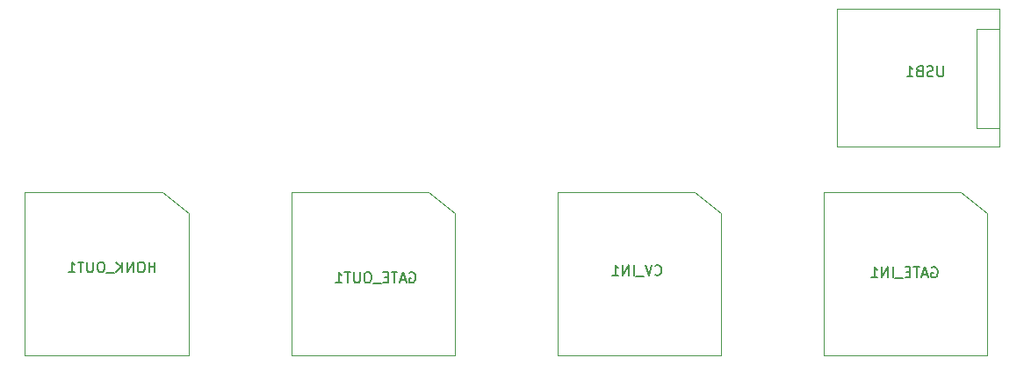
<source format=gbr>
%TF.GenerationSoftware,KiCad,Pcbnew,(5.99.0-12964-g8e5cbc5cf0)*%
%TF.CreationDate,2021-11-17T19:32:36+00:00*%
%TF.ProjectId,board,626f6172-642e-46b6-9963-61645f706362,rev?*%
%TF.SameCoordinates,Original*%
%TF.FileFunction,Legend,Bot*%
%TF.FilePolarity,Positive*%
%FSLAX46Y46*%
G04 Gerber Fmt 4.6, Leading zero omitted, Abs format (unit mm)*
G04 Created by KiCad (PCBNEW (5.99.0-12964-g8e5cbc5cf0)) date 2021-11-17 19:32:36*
%MOMM*%
%LPD*%
G01*
G04 APERTURE LIST*
%ADD10C,0.150000*%
%ADD11C,0.120000*%
G04 APERTURE END LIST*
D10*
%TO.C,USB1*%
X169638095Y-120552380D02*
X169638095Y-121361904D01*
X169590476Y-121457142D01*
X169542857Y-121504761D01*
X169447619Y-121552380D01*
X169257142Y-121552380D01*
X169161904Y-121504761D01*
X169114285Y-121457142D01*
X169066666Y-121361904D01*
X169066666Y-120552380D01*
X168638095Y-121504761D02*
X168495238Y-121552380D01*
X168257142Y-121552380D01*
X168161904Y-121504761D01*
X168114285Y-121457142D01*
X168066666Y-121361904D01*
X168066666Y-121266666D01*
X168114285Y-121171428D01*
X168161904Y-121123809D01*
X168257142Y-121076190D01*
X168447619Y-121028571D01*
X168542857Y-120980952D01*
X168590476Y-120933333D01*
X168638095Y-120838095D01*
X168638095Y-120742857D01*
X168590476Y-120647619D01*
X168542857Y-120600000D01*
X168447619Y-120552380D01*
X168209523Y-120552380D01*
X168066666Y-120600000D01*
X167304761Y-121028571D02*
X167161904Y-121076190D01*
X167114285Y-121123809D01*
X167066666Y-121219047D01*
X167066666Y-121361904D01*
X167114285Y-121457142D01*
X167161904Y-121504761D01*
X167257142Y-121552380D01*
X167638095Y-121552380D01*
X167638095Y-120552380D01*
X167304761Y-120552380D01*
X167209523Y-120600000D01*
X167161904Y-120647619D01*
X167114285Y-120742857D01*
X167114285Y-120838095D01*
X167161904Y-120933333D01*
X167209523Y-120980952D01*
X167304761Y-121028571D01*
X167638095Y-121028571D01*
X166114285Y-121552380D02*
X166685714Y-121552380D01*
X166400000Y-121552380D02*
X166400000Y-120552380D01*
X166495238Y-120695238D01*
X166590476Y-120790476D01*
X166685714Y-120838095D01*
%TO.C,GATE_IN1*%
X168519047Y-140000000D02*
X168614285Y-139952380D01*
X168757142Y-139952380D01*
X168900000Y-140000000D01*
X168995238Y-140095238D01*
X169042857Y-140190476D01*
X169090476Y-140380952D01*
X169090476Y-140523809D01*
X169042857Y-140714285D01*
X168995238Y-140809523D01*
X168900000Y-140904761D01*
X168757142Y-140952380D01*
X168661904Y-140952380D01*
X168519047Y-140904761D01*
X168471428Y-140857142D01*
X168471428Y-140523809D01*
X168661904Y-140523809D01*
X168090476Y-140666666D02*
X167614285Y-140666666D01*
X168185714Y-140952380D02*
X167852380Y-139952380D01*
X167519047Y-140952380D01*
X167328571Y-139952380D02*
X166757142Y-139952380D01*
X167042857Y-140952380D02*
X167042857Y-139952380D01*
X166423809Y-140428571D02*
X166090476Y-140428571D01*
X165947619Y-140952380D02*
X166423809Y-140952380D01*
X166423809Y-139952380D01*
X165947619Y-139952380D01*
X165757142Y-141047619D02*
X164995238Y-141047619D01*
X164757142Y-140952380D02*
X164757142Y-139952380D01*
X164280952Y-140952380D02*
X164280952Y-139952380D01*
X163709523Y-140952380D01*
X163709523Y-139952380D01*
X162709523Y-140952380D02*
X163280952Y-140952380D01*
X162995238Y-140952380D02*
X162995238Y-139952380D01*
X163090476Y-140095238D01*
X163185714Y-140190476D01*
X163280952Y-140238095D01*
%TO.C,CV_IN1*%
X141838095Y-140657142D02*
X141885714Y-140704761D01*
X142028571Y-140752380D01*
X142123809Y-140752380D01*
X142266666Y-140704761D01*
X142361904Y-140609523D01*
X142409523Y-140514285D01*
X142457142Y-140323809D01*
X142457142Y-140180952D01*
X142409523Y-139990476D01*
X142361904Y-139895238D01*
X142266666Y-139800000D01*
X142123809Y-139752380D01*
X142028571Y-139752380D01*
X141885714Y-139800000D01*
X141838095Y-139847619D01*
X141552380Y-139752380D02*
X141219047Y-140752380D01*
X140885714Y-139752380D01*
X140790476Y-140847619D02*
X140028571Y-140847619D01*
X139790476Y-140752380D02*
X139790476Y-139752380D01*
X139314285Y-140752380D02*
X139314285Y-139752380D01*
X138742857Y-140752380D01*
X138742857Y-139752380D01*
X137742857Y-140752380D02*
X138314285Y-140752380D01*
X138028571Y-140752380D02*
X138028571Y-139752380D01*
X138123809Y-139895238D01*
X138219047Y-139990476D01*
X138314285Y-140038095D01*
%TO.C,HONK_OUT1*%
X93619047Y-140452380D02*
X93619047Y-139452380D01*
X93619047Y-139928571D02*
X93047619Y-139928571D01*
X93047619Y-140452380D02*
X93047619Y-139452380D01*
X92380952Y-139452380D02*
X92190476Y-139452380D01*
X92095238Y-139500000D01*
X92000000Y-139595238D01*
X91952380Y-139785714D01*
X91952380Y-140119047D01*
X92000000Y-140309523D01*
X92095238Y-140404761D01*
X92190476Y-140452380D01*
X92380952Y-140452380D01*
X92476190Y-140404761D01*
X92571428Y-140309523D01*
X92619047Y-140119047D01*
X92619047Y-139785714D01*
X92571428Y-139595238D01*
X92476190Y-139500000D01*
X92380952Y-139452380D01*
X91523809Y-140452380D02*
X91523809Y-139452380D01*
X90952380Y-140452380D01*
X90952380Y-139452380D01*
X90476190Y-140452380D02*
X90476190Y-139452380D01*
X89904761Y-140452380D02*
X90333333Y-139880952D01*
X89904761Y-139452380D02*
X90476190Y-140023809D01*
X89714285Y-140547619D02*
X88952380Y-140547619D01*
X88523809Y-139452380D02*
X88333333Y-139452380D01*
X88238095Y-139500000D01*
X88142857Y-139595238D01*
X88095238Y-139785714D01*
X88095238Y-140119047D01*
X88142857Y-140309523D01*
X88238095Y-140404761D01*
X88333333Y-140452380D01*
X88523809Y-140452380D01*
X88619047Y-140404761D01*
X88714285Y-140309523D01*
X88761904Y-140119047D01*
X88761904Y-139785714D01*
X88714285Y-139595238D01*
X88619047Y-139500000D01*
X88523809Y-139452380D01*
X87666666Y-139452380D02*
X87666666Y-140261904D01*
X87619047Y-140357142D01*
X87571428Y-140404761D01*
X87476190Y-140452380D01*
X87285714Y-140452380D01*
X87190476Y-140404761D01*
X87142857Y-140357142D01*
X87095238Y-140261904D01*
X87095238Y-139452380D01*
X86761904Y-139452380D02*
X86190476Y-139452380D01*
X86476190Y-140452380D02*
X86476190Y-139452380D01*
X85333333Y-140452380D02*
X85904761Y-140452380D01*
X85619047Y-140452380D02*
X85619047Y-139452380D01*
X85714285Y-139595238D01*
X85809523Y-139690476D01*
X85904761Y-139738095D01*
%TO.C,GATE_OUT1*%
X118185714Y-140500000D02*
X118280952Y-140452380D01*
X118423809Y-140452380D01*
X118566666Y-140500000D01*
X118661904Y-140595238D01*
X118709523Y-140690476D01*
X118757142Y-140880952D01*
X118757142Y-141023809D01*
X118709523Y-141214285D01*
X118661904Y-141309523D01*
X118566666Y-141404761D01*
X118423809Y-141452380D01*
X118328571Y-141452380D01*
X118185714Y-141404761D01*
X118138095Y-141357142D01*
X118138095Y-141023809D01*
X118328571Y-141023809D01*
X117757142Y-141166666D02*
X117280952Y-141166666D01*
X117852380Y-141452380D02*
X117519047Y-140452380D01*
X117185714Y-141452380D01*
X116995238Y-140452380D02*
X116423809Y-140452380D01*
X116709523Y-141452380D02*
X116709523Y-140452380D01*
X116090476Y-140928571D02*
X115757142Y-140928571D01*
X115614285Y-141452380D02*
X116090476Y-141452380D01*
X116090476Y-140452380D01*
X115614285Y-140452380D01*
X115423809Y-141547619D02*
X114661904Y-141547619D01*
X114233333Y-140452380D02*
X114042857Y-140452380D01*
X113947619Y-140500000D01*
X113852380Y-140595238D01*
X113804761Y-140785714D01*
X113804761Y-141119047D01*
X113852380Y-141309523D01*
X113947619Y-141404761D01*
X114042857Y-141452380D01*
X114233333Y-141452380D01*
X114328571Y-141404761D01*
X114423809Y-141309523D01*
X114471428Y-141119047D01*
X114471428Y-140785714D01*
X114423809Y-140595238D01*
X114328571Y-140500000D01*
X114233333Y-140452380D01*
X113376190Y-140452380D02*
X113376190Y-141261904D01*
X113328571Y-141357142D01*
X113280952Y-141404761D01*
X113185714Y-141452380D01*
X112995238Y-141452380D01*
X112900000Y-141404761D01*
X112852380Y-141357142D01*
X112804761Y-141261904D01*
X112804761Y-140452380D01*
X112471428Y-140452380D02*
X111900000Y-140452380D01*
X112185714Y-141452380D02*
X112185714Y-140452380D01*
X111042857Y-141452380D02*
X111614285Y-141452380D01*
X111328571Y-141452380D02*
X111328571Y-140452380D01*
X111423809Y-140595238D01*
X111519047Y-140690476D01*
X111614285Y-140738095D01*
D11*
%TO.C,USB1*%
X172805000Y-126545000D02*
X172805000Y-116945000D01*
X172805000Y-116945000D02*
X175005000Y-116945000D01*
X175005000Y-126545000D02*
X172805000Y-126545000D01*
X175005000Y-115045000D02*
X159405000Y-115045000D01*
X159405000Y-115045000D02*
X159405000Y-128345000D01*
X159405000Y-128345000D02*
X175005000Y-128345000D01*
X175005000Y-128345000D02*
X175005000Y-115045000D01*
%TO.C,GATE_IN1*%
X158100000Y-148500000D02*
X173850000Y-148500000D01*
X171350000Y-132750000D02*
X158100000Y-132750000D01*
X158100000Y-132750000D02*
X158100000Y-148500000D01*
X173850000Y-134800000D02*
X173850000Y-134750000D01*
X173850000Y-134750000D02*
X171350000Y-132750000D01*
X173850000Y-148500000D02*
X173850000Y-134800000D01*
%TO.C,CV_IN1*%
X132433334Y-148500000D02*
X148183334Y-148500000D01*
X148183334Y-148500000D02*
X148183334Y-134800000D01*
X148183334Y-134750000D02*
X145683334Y-132750000D01*
X132433334Y-132750000D02*
X132433334Y-148500000D01*
X148183334Y-134800000D02*
X148183334Y-134750000D01*
X145683334Y-132750000D02*
X132433334Y-132750000D01*
%TO.C,HONK_OUT1*%
X96850000Y-148500000D02*
X96850000Y-134800000D01*
X81100000Y-132750000D02*
X81100000Y-148500000D01*
X94350000Y-132750000D02*
X81100000Y-132750000D01*
X81100000Y-148500000D02*
X96850000Y-148500000D01*
X96850000Y-134800000D02*
X96850000Y-134750000D01*
X96850000Y-134750000D02*
X94350000Y-132750000D01*
%TO.C,GATE_OUT1*%
X122516668Y-134800000D02*
X122516668Y-134750000D01*
X106766668Y-148500000D02*
X122516668Y-148500000D01*
X122516668Y-134750000D02*
X120016668Y-132750000D01*
X120016668Y-132750000D02*
X106766668Y-132750000D01*
X122516668Y-148500000D02*
X122516668Y-134800000D01*
X106766668Y-132750000D02*
X106766668Y-148500000D01*
%TD*%
M02*

</source>
